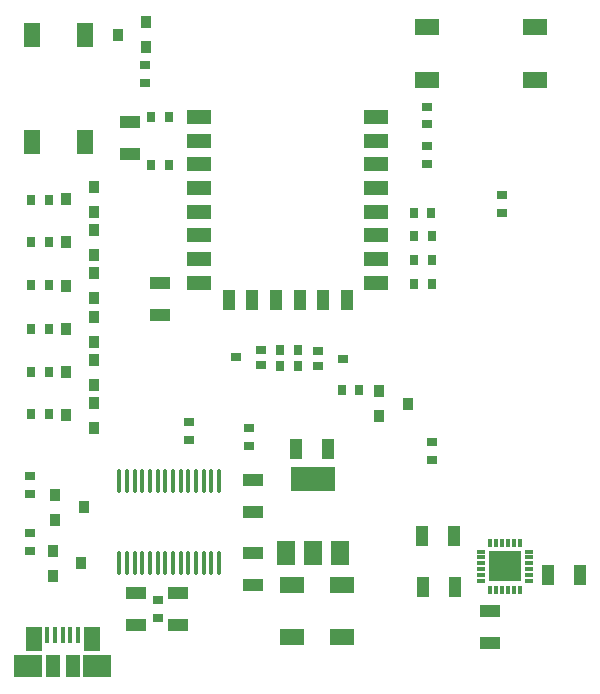
<source format=gtp>
G04*
G04 #@! TF.GenerationSoftware,Altium Limited,Altium Designer,18.1.7 (191)*
G04*
G04 Layer_Color=8421504*
%FSLAX25Y25*%
%MOIN*%
G70*
G01*
G75*
%ADD17R,0.01181X0.02953*%
%ADD18R,0.02953X0.01181*%
%ADD19R,0.10827X0.10433*%
%ADD20R,0.04331X0.06693*%
%ADD21R,0.07874X0.04724*%
%ADD22R,0.05900X0.07900*%
%ADD23R,0.15000X0.07900*%
%ADD24O,0.01378X0.08268*%
%ADD25R,0.03500X0.02800*%
%ADD26R,0.05512X0.08268*%
%ADD27R,0.03543X0.02756*%
%ADD28R,0.02756X0.03543*%
%ADD29R,0.08268X0.05512*%
%ADD30R,0.03543X0.03937*%
%ADD31R,0.01772X0.05433*%
%ADD32R,0.05807X0.08268*%
%ADD33R,0.04626X0.07480*%
%ADD34R,0.09350X0.07480*%
%ADD35R,0.04331X0.06693*%
%ADD36R,0.06693X0.04331*%
D17*
X276417Y313193D02*
D03*
X274449D02*
D03*
X272480D02*
D03*
X270512D02*
D03*
X268543D02*
D03*
X266575D02*
D03*
Y297445D02*
D03*
X268543D02*
D03*
X270512D02*
D03*
X272480D02*
D03*
X274449D02*
D03*
X276417D02*
D03*
D18*
X263622Y310240D02*
D03*
Y308272D02*
D03*
Y306303D02*
D03*
Y304335D02*
D03*
Y302366D02*
D03*
Y300398D02*
D03*
X279370D02*
D03*
Y302366D02*
D03*
Y304335D02*
D03*
Y306303D02*
D03*
Y308272D02*
D03*
Y310240D02*
D03*
D19*
X271496Y305319D02*
D03*
D20*
X218713Y393976D02*
D03*
X210839D02*
D03*
X202965D02*
D03*
X195091D02*
D03*
X187216D02*
D03*
X179342D02*
D03*
D21*
X228555Y455000D02*
D03*
Y447126D02*
D03*
Y439252D02*
D03*
Y431378D02*
D03*
Y423504D02*
D03*
Y415630D02*
D03*
Y407756D02*
D03*
Y399882D02*
D03*
X169500D02*
D03*
Y407756D02*
D03*
Y415630D02*
D03*
Y423504D02*
D03*
Y431378D02*
D03*
Y439252D02*
D03*
Y447126D02*
D03*
Y455000D02*
D03*
D22*
X198445Y309614D02*
D03*
X207500D02*
D03*
X216555D02*
D03*
D23*
X207500Y334500D02*
D03*
D24*
X176134Y333583D02*
D03*
X173575D02*
D03*
X171016D02*
D03*
X168457D02*
D03*
X165898D02*
D03*
X163339D02*
D03*
X160780D02*
D03*
X158221D02*
D03*
X155661D02*
D03*
X153102D02*
D03*
X150543D02*
D03*
X147984D02*
D03*
X145425D02*
D03*
X142866D02*
D03*
X176134Y306417D02*
D03*
X173575D02*
D03*
X171016D02*
D03*
X168457D02*
D03*
X165898D02*
D03*
X163339D02*
D03*
X160780D02*
D03*
X158221D02*
D03*
X155661D02*
D03*
X153102D02*
D03*
X150543D02*
D03*
X147984D02*
D03*
X145425D02*
D03*
X142866D02*
D03*
D25*
X217500Y374500D02*
D03*
X209232Y371941D02*
D03*
Y377059D02*
D03*
X181732Y375000D02*
D03*
X190000Y377559D02*
D03*
Y372441D02*
D03*
D26*
X113784Y482500D02*
D03*
Y446673D02*
D03*
X131500Y482500D02*
D03*
Y446673D02*
D03*
D27*
X246996Y340913D02*
D03*
Y346819D02*
D03*
X245500Y439547D02*
D03*
Y445453D02*
D03*
X270500Y423047D02*
D03*
Y428953D02*
D03*
X245500Y458500D02*
D03*
Y452595D02*
D03*
X151500Y472453D02*
D03*
Y466547D02*
D03*
X113000Y329547D02*
D03*
Y335453D02*
D03*
X113000Y310500D02*
D03*
Y316406D02*
D03*
X155638Y288047D02*
D03*
Y293953D02*
D03*
X166000Y347547D02*
D03*
Y353453D02*
D03*
X186000Y345547D02*
D03*
Y351453D02*
D03*
D28*
X241094Y399500D02*
D03*
X247000D02*
D03*
X119405Y413500D02*
D03*
X113500D02*
D03*
X119405Y399000D02*
D03*
X113500D02*
D03*
X119453Y384500D02*
D03*
X113547D02*
D03*
X119453Y370000D02*
D03*
X113547D02*
D03*
X119405Y356000D02*
D03*
X113500D02*
D03*
X119453Y427500D02*
D03*
X113547D02*
D03*
X246953Y423000D02*
D03*
X241047D02*
D03*
X247000Y415500D02*
D03*
X241094D02*
D03*
X247000Y407500D02*
D03*
X241094D02*
D03*
X202500Y377559D02*
D03*
X196595D02*
D03*
X153595Y439000D02*
D03*
X159500D02*
D03*
X202453Y372000D02*
D03*
X196547D02*
D03*
X153595Y455000D02*
D03*
X159500D02*
D03*
X222953Y364000D02*
D03*
X217047D02*
D03*
D29*
X281327Y485000D02*
D03*
X245500D02*
D03*
X281327Y467283D02*
D03*
X245500D02*
D03*
X217000Y281677D02*
D03*
Y299000D02*
D03*
X200500Y281677D02*
D03*
Y299000D02*
D03*
D30*
X151949Y478366D02*
D03*
Y486634D02*
D03*
X142500Y482500D02*
D03*
X134500Y409232D02*
D03*
Y417500D02*
D03*
X125051Y413366D02*
D03*
X134500Y394732D02*
D03*
Y403000D02*
D03*
X125051Y398866D02*
D03*
X134500Y380232D02*
D03*
Y388500D02*
D03*
X125051Y384366D02*
D03*
X134500Y365866D02*
D03*
Y374134D02*
D03*
X125051Y370000D02*
D03*
X134500Y351500D02*
D03*
Y359768D02*
D03*
X125051Y355634D02*
D03*
X134500Y423500D02*
D03*
Y431768D02*
D03*
X125051Y427634D02*
D03*
X229551Y363634D02*
D03*
Y355366D02*
D03*
X239000Y359500D02*
D03*
X121598Y329134D02*
D03*
Y320866D02*
D03*
X131047Y325000D02*
D03*
X120783Y310453D02*
D03*
Y302185D02*
D03*
X130232Y306319D02*
D03*
D31*
X118915Y282472D02*
D03*
X121474D02*
D03*
X124033D02*
D03*
X126593D02*
D03*
X129152D02*
D03*
D32*
X133689Y281055D02*
D03*
X114378D02*
D03*
D33*
X120736Y272000D02*
D03*
X127331D02*
D03*
D34*
X112567D02*
D03*
X135500D02*
D03*
D35*
X254626Y298319D02*
D03*
X243996D02*
D03*
X254496Y315319D02*
D03*
X243866D02*
D03*
X285681Y302319D02*
D03*
X296311D02*
D03*
X212500Y344500D02*
D03*
X201870D02*
D03*
D36*
X266575Y290319D02*
D03*
Y279689D02*
D03*
X146328Y453315D02*
D03*
Y442685D02*
D03*
X156500Y399815D02*
D03*
Y389185D02*
D03*
X187500Y299185D02*
D03*
Y309815D02*
D03*
X148543Y296315D02*
D03*
Y285685D02*
D03*
X187500Y323500D02*
D03*
Y334130D02*
D03*
X162543Y296315D02*
D03*
Y285685D02*
D03*
M02*

</source>
